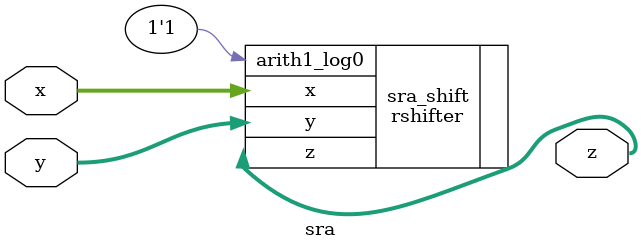
<source format=sv>
`timescale 1ns / 1ps
module sra(
    input logic [31:0] x,
    input logic [31:0] y,
    output logic [31:0] z
    );
    
    // call right-shifter helper. use code "1". 
    rshifter sra_shift (.x(x), .y(y), .arith1_log0(1'b1), .z(z));

endmodule

</source>
